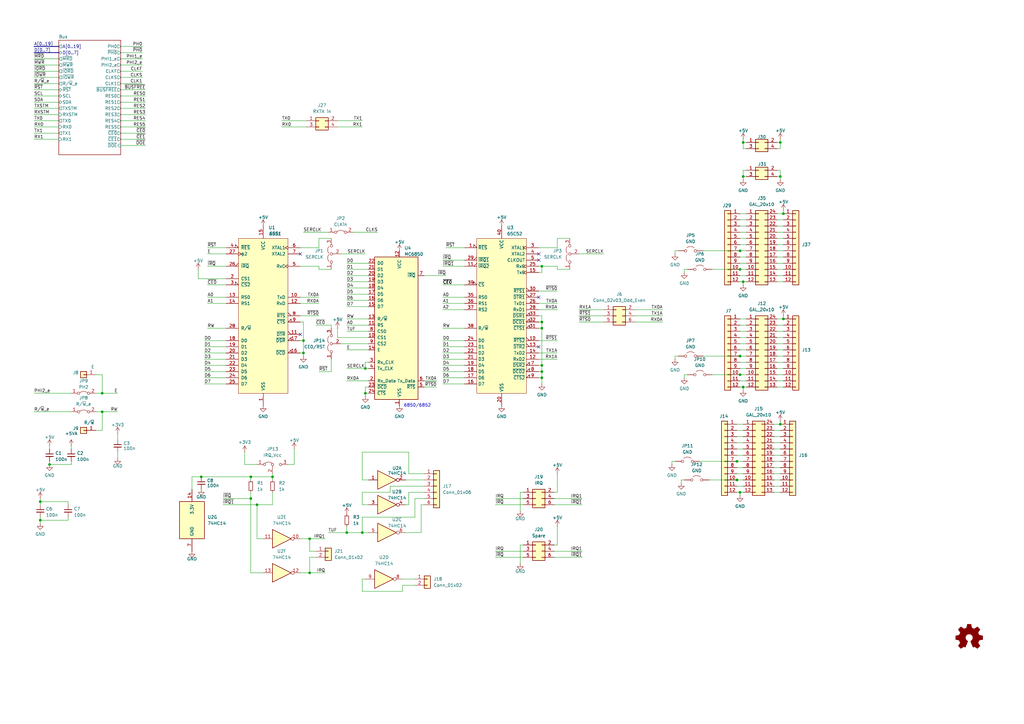
<source format=kicad_sch>
(kicad_sch (version 20231120) (generator "eeschema") (generator_version "8.0")
  (paper "A3")
  (title_block (title "Unicomp v3 - MOS Serial Board") (date "2024-10-05") (rev "v1.1") (company "100% Offner") (comment 1 "v1.0: Initial") (comment 2 "v1.1: IRQ Lines connected, MC6852 possible"))
  (junction (at 302.26 189.23))
  (junction (at 41.91 168.91))
  (junction (at 304.8 72.39))
  (junction (at 16.51 213.36))
  (junction (at 124.46 144.78))
  (junction (at 320.04 58.42))
  (junction (at 222.25 152.4))
  (junction (at 127 234.95))
  (junction (at 149.86 161.29))
  (junction (at 303.53 110.49))
  (junction (at 41.91 161.29))
  (junction (at 148.59 218.44))
  (junction (at 303.53 201.93))
  (junction (at 142.24 218.44))
  (junction (at 149.86 151.13))
  (junction (at 303.53 102.87))
  (junction (at 111.76 195.58))
  (junction (at 222.25 109.22))
  (junction (at 82.55 195.58))
  (junction (at 304.8 158.75))
  (junction (at 222.25 154.94))
  (junction (at 304.8 58.42))
  (junction (at 16.51 205.74))
  (junction (at 102.87 204.47))
  (junction (at 222.25 132.08))
  (junction (at 222.25 149.86))
  (junction (at 124.46 139.7))
  (junction (at 303.53 153.67))
  (junction (at 320.04 72.39))
  (junction (at 127 220.98))
  (junction (at 105.41 207.01))
  (junction (at 321.31 87.63))
  (junction (at 20.32 190.5))
  (junction (at 304.8 115.57))
  (junction (at 303.53 146.05))
  (junction (at 102.87 195.58))
  (junction (at 302.26 196.85))
  (junction (at 321.31 130.81))
  (junction (at 320.04 173.99))
  (junction (at 222.25 134.62))
  (no_connect (at 123.19 104.14))
  (no_connect (at 220.98 121.92))
  (no_connect (at 220.98 142.24))
  (no_connect (at 220.98 104.14))
  (no_connect (at 123.19 137.16))
  (no_connect (at 220.98 106.68))
  (wire (pts (xy 320.04 191.77) (xy 317.5 191.77)))
  (wire (pts (xy 292.1 153.67) (xy 303.53 153.67)))
  (wire (pts (xy 228.6 194.31) (xy 228.6 201.93)))
  (wire (pts (xy 303.53 102.87) (xy 306.07 102.87)))
  (wire (pts (xy 227.33 223.52) (xy 228.6 223.52)))
  (wire (pts (xy 142.24 133.35) (xy 151.13 133.35)))
  (wire (pts (xy 303.53 92.71) (xy 306.07 92.71)))
  (wire (pts (xy 13.97 39.37) (xy 24.13 39.37)))
  (wire (pts (xy 228.6 109.22) (xy 228.6 110.49)))
  (wire (pts (xy 13.97 31.75) (xy 24.13 31.75)))
  (wire (pts (xy 149.86 158.75) (xy 151.13 158.75)))
  (wire (pts (xy 320.04 58.42) (xy 320.04 60.96)))
  (wire (pts (xy 304.8 58.42) (xy 306.07 58.42)))
  (wire (pts (xy 233.68 97.79) (xy 228.6 97.79)))
  (wire (pts (xy 321.31 135.89) (xy 318.77 135.89)))
  (wire (pts (xy 13.97 41.91) (xy 24.13 41.91)))
  (wire (pts (xy 142.24 118.11) (xy 151.13 118.11)))
  (wire (pts (xy 321.31 138.43) (xy 318.77 138.43)))
  (wire (pts (xy 303.53 146.05) (xy 306.07 146.05)))
  (wire (pts (xy 78.74 200.66) (xy 78.74 195.58)))
  (wire (pts (xy 170.18 237.49) (xy 165.1 237.49)))
  (wire (pts (xy 135.89 97.79) (xy 130.81 97.79)))
  (wire (pts (xy 237.49 132.08) (xy 247.65 132.08)))
  (wire (pts (xy 151.13 148.59) (xy 149.86 148.59)))
  (wire (pts (xy 222.25 157.48) (xy 222.25 154.94)))
  (wire (pts (xy 49.53 34.29) (xy 58.42 34.29)))
  (wire (pts (xy 83.82 139.7) (xy 92.71 139.7)))
  (wire (pts (xy 276.86 102.87) (xy 278.13 102.87)))
  (wire (pts (xy 83.82 142.24) (xy 92.71 142.24)))
  (wire (pts (xy 227.33 228.6) (xy 238.76 228.6)))
  (wire (pts (xy 303.53 105.41) (xy 306.07 105.41)))
  (wire (pts (xy 144.78 95.25) (xy 154.94 95.25)))
  (wire (pts (xy 160.02 201.93) (xy 148.59 201.93)))
  (wire (pts (xy 111.76 195.58) (xy 111.76 196.85)))
  (wire (pts (xy 130.81 97.79) (xy 130.81 101.6)))
  (wire (pts (xy 302.26 176.53) (xy 304.8 176.53)))
  (wire (pts (xy 83.82 147.32) (xy 92.71 147.32)))
  (wire (pts (xy 123.19 139.7) (xy 124.46 139.7)))
  (wire (pts (xy 321.31 158.75) (xy 318.77 158.75)))
  (wire (pts (xy 280.67 153.67) (xy 281.94 153.67)))
  (wire (pts (xy 170.18 212.09) (xy 148.59 212.09)))
  (wire (pts (xy 222.25 154.94) (xy 220.98 154.94)))
  (wire (pts (xy 102.87 234.95) (xy 102.87 204.47)))
  (wire (pts (xy 100.33 185.42) (xy 100.33 190.5)))
  (wire (pts (xy 20.32 190.5) (xy 29.21 190.5)))
  (wire (pts (xy 181.61 139.7) (xy 190.5 139.7)))
  (wire (pts (xy 304.8 158.75) (xy 306.07 158.75)))
  (wire (pts (xy 320.04 181.61) (xy 317.5 181.61)))
  (wire (pts (xy 142.24 107.95) (xy 151.13 107.95)))
  (wire (pts (xy 321.31 129.54) (xy 321.31 130.81)))
  (wire (pts (xy 138.43 138.43) (xy 151.13 138.43)))
  (wire (pts (xy 303.53 138.43) (xy 306.07 138.43)))
  (wire (pts (xy 275.59 190.5) (xy 275.59 189.23)))
  (wire (pts (xy 160.02 199.39) (xy 160.02 201.93)))
  (wire (pts (xy 320.04 60.96) (xy 318.77 60.96)))
  (wire (pts (xy 41.91 176.53) (xy 41.91 168.91)))
  (wire (pts (xy 303.53 158.75) (xy 304.8 158.75)))
  (wire (pts (xy 123.19 234.95) (xy 127 234.95)))
  (wire (pts (xy 142.24 120.65) (xy 151.13 120.65)))
  (wire (pts (xy 302.26 194.31) (xy 304.8 194.31)))
  (wire (pts (xy 320.04 201.93) (xy 317.5 201.93)))
  (wire (pts (xy 123.19 121.92) (xy 130.81 121.92)))
  (wire (pts (xy 321.31 113.03) (xy 318.77 113.03)))
  (wire (pts (xy 48.26 177.8) (xy 48.26 180.34)))
  (wire (pts (xy 304.8 72.39) (xy 304.8 73.66)))
  (wire (pts (xy 49.53 46.99) (xy 59.69 46.99)))
  (wire (pts (xy 303.53 97.79) (xy 306.07 97.79)))
  (wire (pts (xy 203.2 204.47) (xy 214.63 204.47)))
  (wire (pts (xy 303.53 148.59) (xy 306.07 148.59)))
  (wire (pts (xy 321.31 115.57) (xy 318.77 115.57)))
  (wire (pts (xy 303.53 135.89) (xy 306.07 135.89)))
  (wire (pts (xy 166.37 207.01) (xy 167.64 207.01)))
  (wire (pts (xy 142.24 135.89) (xy 151.13 135.89)))
  (wire (pts (xy 85.09 134.62) (xy 92.71 134.62)))
  (wire (pts (xy 13.97 46.99) (xy 24.13 46.99)))
  (wire (pts (xy 105.41 190.5) (xy 100.33 190.5)))
  (wire (pts (xy 167.64 194.31) (xy 173.99 194.31)))
  (wire (pts (xy 49.53 54.61) (xy 59.69 54.61)))
  (wire (pts (xy 321.31 156.21) (xy 318.77 156.21)))
  (wire (pts (xy 123.19 132.08) (xy 124.46 132.08)))
  (wire (pts (xy 123.19 144.78) (xy 124.46 144.78)))
  (wire (pts (xy 13.97 54.61) (xy 24.13 54.61)))
  (wire (pts (xy 13.97 161.29) (xy 29.21 161.29)))
  (wire (pts (xy 130.81 109.22) (xy 130.81 110.49)))
  (wire (pts (xy 148.59 185.42) (xy 167.64 185.42)))
  (wire (pts (xy 228.6 110.49) (xy 233.68 110.49)))
  (wire (pts (xy 320.04 184.15) (xy 317.5 184.15)))
  (wire (pts (xy 181.61 106.68) (xy 190.5 106.68)))
  (wire (pts (xy 148.59 201.93) (xy 148.59 207.01)))
  (wire (pts (xy 303.53 110.49) (xy 306.07 110.49)))
  (wire (pts (xy 303.53 107.95) (xy 306.07 107.95)))
  (wire (pts (xy 27.94 213.36) (xy 16.51 213.36)))
  (wire (pts (xy 304.8 115.57) (xy 306.07 115.57)))
  (wire (pts (xy 181.61 134.62) (xy 190.5 134.62)))
  (wire (pts (xy 142.24 151.13) (xy 149.86 151.13)))
  (wire (pts (xy 127 226.06) (xy 127 220.98)))
  (wire (pts (xy 181.61 157.48) (xy 190.5 157.48)))
  (wire (pts (xy 142.24 156.21) (xy 151.13 156.21)))
  (wire (pts (xy 167.64 207.01) (xy 167.64 201.93)))
  (wire (pts (xy 220.98 129.54) (xy 222.25 129.54)))
  (wire (pts (xy 173.99 113.03) (xy 182.88 113.03)))
  (wire (pts (xy 49.53 26.67) (xy 58.42 26.67)))
  (wire (pts (xy 304.8 60.96) (xy 306.07 60.96)))
  (wire (pts (xy 49.53 39.37) (xy 59.69 39.37)))
  (wire (pts (xy 220.98 139.7) (xy 228.6 139.7)))
  (wire (pts (xy 181.61 109.22) (xy 190.5 109.22)))
  (wire (pts (xy 320.04 172.72) (xy 320.04 173.99)))
  (wire (pts (xy 181.61 116.84) (xy 190.5 116.84)))
  (wire (pts (xy 149.86 151.13) (xy 151.13 151.13)))
  (wire (pts (xy 279.4 196.85) (xy 280.67 196.85)))
  (wire (pts (xy 181.61 121.92) (xy 190.5 121.92)))
  (wire (pts (xy 303.53 130.81) (xy 306.07 130.81)))
  (wire (pts (xy 181.61 147.32) (xy 190.5 147.32)))
  (wire (pts (xy 320.04 69.85) (xy 320.04 72.39)))
  (wire (pts (xy 292.1 110.49) (xy 303.53 110.49)))
  (wire (pts (xy 149.86 158.75) (xy 149.86 161.29)))
  (wire (pts (xy 166.37 218.44) (xy 172.72 218.44)))
  (wire (pts (xy 303.53 100.33) (xy 306.07 100.33)))
  (wire (pts (xy 320.04 179.07) (xy 317.5 179.07)))
  (wire (pts (xy 142.24 125.73) (xy 151.13 125.73)))
  (wire (pts (xy 290.83 196.85) (xy 302.26 196.85)))
  (wire (pts (xy 115.57 52.07) (xy 125.73 52.07)))
  (wire (pts (xy 181.61 154.94) (xy 190.5 154.94)))
  (wire (pts (xy 320.04 176.53) (xy 317.5 176.53)))
  (wire (pts (xy 83.82 152.4) (xy 92.71 152.4)))
  (wire (pts (xy 82.55 195.58) (xy 102.87 195.58)))
  (wire (pts (xy 222.25 109.22) (xy 228.6 109.22)))
  (wire (pts (xy 303.53 113.03) (xy 306.07 113.03)))
  (wire (pts (xy 228.6 97.79) (xy 228.6 101.6)))
  (wire (pts (xy 115.57 49.53) (xy 125.73 49.53)))
  (wire (pts (xy 288.29 102.87) (xy 303.53 102.87)))
  (wire (pts (xy 134.62 218.44) (xy 142.24 218.44)))
  (wire (pts (xy 172.72 207.01) (xy 173.99 207.01)))
  (wire (pts (xy 181.61 149.86) (xy 190.5 149.86)))
  (wire (pts (xy 321.31 146.05) (xy 318.77 146.05)))
  (wire (pts (xy 321.31 107.95) (xy 318.77 107.95)))
  (wire (pts (xy 321.31 143.51) (xy 318.77 143.51)))
  (wire (pts (xy 321.31 90.17) (xy 318.77 90.17)))
  (wire (pts (xy 275.59 189.23) (xy 276.86 189.23)))
  (wire (pts (xy 85.09 101.6) (xy 92.71 101.6)))
  (wire (pts (xy 130.81 152.4) (xy 135.89 152.4)))
  (wire (pts (xy 304.8 72.39) (xy 306.07 72.39)))
  (wire (pts (xy 13.97 34.29) (xy 24.13 34.29)))
  (wire (pts (xy 41.91 153.67) (xy 41.91 161.29)))
  (wire (pts (xy 303.53 95.25) (xy 306.07 95.25)))
  (wire (pts (xy 142.24 123.19) (xy 151.13 123.19)))
  (wire (pts (xy 321.31 153.67) (xy 318.77 153.67)))
  (wire (pts (xy 227.33 201.93) (xy 228.6 201.93)))
  (wire (pts (xy 49.53 31.75) (xy 58.42 31.75)))
  (wire (pts (xy 303.53 115.57) (xy 304.8 115.57)))
  (wire (pts (xy 321.31 151.13) (xy 318.77 151.13)))
  (wire (pts (xy 49.53 41.91) (xy 59.69 41.91)))
  (wire (pts (xy 173.99 199.39) (xy 160.02 199.39)))
  (bus (pts (xy 24.13 19.05) (xy 13.97 19.05)))
  (wire (pts (xy 85.09 109.22) (xy 92.71 109.22)))
  (wire (pts (xy 222.25 132.08) (xy 222.25 134.62)))
  (wire (pts (xy 16.51 205.74) (xy 16.51 207.01)))
  (wire (pts (xy 85.09 104.14) (xy 92.71 104.14)))
  (wire (pts (xy 123.19 124.46) (xy 130.81 124.46)))
  (wire (pts (xy 13.97 57.15) (xy 24.13 57.15)))
  (wire (pts (xy 120.65 184.15) (xy 120.65 190.5)))
  (wire (pts (xy 129.54 228.6) (xy 127 228.6)))
  (wire (pts (xy 303.53 153.67) (xy 306.07 153.67)))
  (wire (pts (xy 321.31 92.71) (xy 318.77 92.71)))
  (wire (pts (xy 49.53 57.15) (xy 59.69 57.15)))
  (wire (pts (xy 142.24 115.57) (xy 151.13 115.57)))
  (wire (pts (xy 320.04 199.39) (xy 317.5 199.39)))
  (wire (pts (xy 39.37 153.67) (xy 41.91 153.67)))
  (wire (pts (xy 302.26 173.99) (xy 304.8 173.99)))
  (wire (pts (xy 148.59 196.85) (xy 148.59 185.42)))
  (wire (pts (xy 102.87 195.58) (xy 102.87 196.85)))
  (wire (pts (xy 203.2 228.6) (xy 214.63 228.6)))
  (wire (pts (xy 41.91 161.29) (xy 39.37 161.29)))
  (wire (pts (xy 220.98 132.08) (xy 222.25 132.08)))
  (wire (pts (xy 280.67 154.94) (xy 280.67 153.67)))
  (wire (pts (xy 237.49 104.14) (xy 247.65 104.14)))
  (wire (pts (xy 222.25 152.4) (xy 222.25 154.94)))
  (wire (pts (xy 302.26 196.85) (xy 304.8 196.85)))
  (wire (pts (xy 127 228.6) (xy 127 234.95)))
  (wire (pts (xy 321.31 87.63) (xy 318.77 87.63)))
  (wire (pts (xy 321.31 148.59) (xy 318.77 148.59)))
  (wire (pts (xy 142.24 215.9) (xy 142.24 218.44)))
  (wire (pts (xy 49.53 24.13) (xy 58.42 24.13)))
  (wire (pts (xy 123.19 101.6) (xy 130.81 101.6)))
  (wire (pts (xy 203.2 207.01) (xy 214.63 207.01)))
  (wire (pts (xy 302.26 181.61) (xy 304.8 181.61)))
  (wire (pts (xy 127 220.98) (xy 133.35 220.98)))
  (wire (pts (xy 27.94 212.09) (xy 27.94 213.36)))
  (wire (pts (xy 303.53 201.93) (xy 304.8 201.93)))
  (wire (pts (xy 182.88 101.6) (xy 190.5 101.6)))
  (wire (pts (xy 91.44 207.01) (xy 105.41 207.01)))
  (wire (pts (xy 16.51 214.63) (xy 16.51 213.36)))
  (wire (pts (xy 320.04 69.85) (xy 318.77 69.85)))
  (wire (pts (xy 302.26 184.15) (xy 304.8 184.15)))
  (wire (pts (xy 85.09 124.46) (xy 92.71 124.46)))
  (wire (pts (xy 148.59 52.07) (xy 138.43 52.07)))
  (wire (pts (xy 49.53 49.53) (xy 59.69 49.53)))
  (wire (pts (xy 148.59 242.57) (xy 148.59 237.49)))
  (wire (pts (xy 220.98 111.76) (xy 222.25 111.76)))
  (wire (pts (xy 303.53 143.51) (xy 306.07 143.51)))
  (wire (pts (xy 85.09 116.84) (xy 92.71 116.84)))
  (wire (pts (xy 16.51 213.36) (xy 16.51 212.09)))
  (wire (pts (xy 220.98 144.78) (xy 228.6 144.78)))
  (wire (pts (xy 214.63 223.52) (xy 213.36 223.52)))
  (wire (pts (xy 13.97 36.83) (xy 24.13 36.83)))
  (wire (pts (xy 13.97 52.07) (xy 24.13 52.07)))
  (wire (pts (xy 49.53 52.07) (xy 59.69 52.07)))
  (wire (pts (xy 303.53 133.35) (xy 306.07 133.35)))
  (wire (pts (xy 165.1 240.03) (xy 165.1 242.57)))
  (wire (pts (xy 321.31 95.25) (xy 318.77 95.25)))
  (wire (pts (xy 123.19 129.54) (xy 130.81 129.54)))
  (wire (pts (xy 220.98 109.22) (xy 222.25 109.22)))
  (wire (pts (xy 303.53 156.21) (xy 306.07 156.21)))
  (wire (pts (xy 303.53 87.63) (xy 306.07 87.63)))
  (wire (pts (xy 167.64 201.93) (xy 173.99 201.93)))
  (wire (pts (xy 102.87 201.93) (xy 102.87 204.47)))
  (wire (pts (xy 27.94 205.74) (xy 27.94 207.01)))
  (wire (pts (xy 149.86 161.29) (xy 151.13 161.29)))
  (wire (pts (xy 181.61 144.78) (xy 190.5 144.78)))
  (wire (pts (xy 148.59 49.53) (xy 138.43 49.53)))
  (wire (pts (xy 173.99 156.21) (xy 179.07 156.21)))
  (wire (pts (xy 260.35 132.08) (xy 271.78 132.08)))
  (wire (pts (xy 91.44 204.47) (xy 102.87 204.47)))
  (wire (pts (xy 29.21 189.23) (xy 29.21 190.5)))
  (wire (pts (xy 222.25 134.62) (xy 220.98 134.62)))
  (wire (pts (xy 83.82 154.94) (xy 92.71 154.94)))
  (wire (pts (xy 320.04 196.85) (xy 317.5 196.85)))
  (wire (pts (xy 220.98 152.4) (xy 222.25 152.4)))
  (wire (pts (xy 321.31 133.35) (xy 318.77 133.35)))
  (wire (pts (xy 302.26 191.77) (xy 304.8 191.77)))
  (wire (pts (xy 167.64 185.42) (xy 167.64 194.31)))
  (wire (pts (xy 222.25 129.54) (xy 222.25 132.08)))
  (wire (pts (xy 279.4 198.12) (xy 279.4 196.85)))
  (wire (pts (xy 134.62 95.25) (xy 124.46 95.25)))
  (wire (pts (xy 49.53 36.83) (xy 59.69 36.83)))
  (wire (pts (xy 142.24 113.03) (xy 151.13 113.03)))
  (wire (pts (xy 124.46 144.78) (xy 124.46 146.05)))
  (wire (pts (xy 39.37 176.53) (xy 41.91 176.53)))
  (wire (pts (xy 49.53 59.69) (xy 59.69 59.69)))
  (wire (pts (xy 280.67 110.49) (xy 281.94 110.49)))
  (wire (pts (xy 320.04 194.31) (xy 317.5 194.31)))
  (wire (pts (xy 13.97 29.21) (xy 24.13 29.21)))
  (wire (pts (xy 78.74 195.58) (xy 82.55 195.58)))
  (wire (pts (xy 41.91 168.91) (xy 39.37 168.91)))
  (wire (pts (xy 220.98 149.86) (xy 222.25 149.86)))
  (wire (pts (xy 166.37 196.85) (xy 173.99 196.85)))
  (wire (pts (xy 227.33 204.47) (xy 238.76 204.47)))
  (wire (pts (xy 148.59 237.49) (xy 149.86 237.49)))
  (wire (pts (xy 304.8 160.02) (xy 304.8 158.75)))
  (wire (pts (xy 127 234.95) (xy 133.35 234.95)))
  (wire (pts (xy 149.86 148.59) (xy 149.86 151.13)))
  (wire (pts (xy 227.33 207.01) (xy 238.76 207.01)))
  (wire (pts (xy 173.99 158.75) (xy 179.07 158.75)))
  (wire (pts (xy 139.7 104.14) (xy 149.86 104.14)))
  (wire (pts (xy 48.26 185.42) (xy 48.26 187.96)))
  (wire (pts (xy 13.97 44.45) (xy 24.13 44.45)))
  (wire (pts (xy 304.8 116.84) (xy 304.8 115.57)))
  (wire (pts (xy 321.31 105.41) (xy 318.77 105.41)))
  (wire (pts (xy 41.91 161.29) (xy 48.26 161.29)))
  (wire (pts (xy 213.36 201.93) (xy 213.36 209.55)))
  (wire (pts (xy 302.26 179.07) (xy 304.8 179.07)))
  (wire (pts (xy 170.18 204.47) (xy 170.18 212.09)))
  (wire (pts (xy 138.43 134.62) (xy 138.43 138.43)))
  (wire (pts (xy 49.53 19.05) (xy 58.42 19.05)))
  (wire (pts (xy 130.81 110.49) (xy 135.89 110.49)))
  (wire (pts (xy 260.35 127) (xy 271.78 127)))
  (wire (pts (xy 320.04 189.23) (xy 317.5 189.23)))
  (wire (pts (xy 49.53 21.59) (xy 58.42 21.59)))
  (wire (pts (xy 120.65 190.5) (xy 118.11 190.5)))
  (wire (pts (xy 181.61 152.4) (xy 190.5 152.4)))
  (wire (pts (xy 13.97 24.13) (xy 24.13 24.13)))
  (wire (pts (xy 123.19 109.22) (xy 130.81 109.22)))
  (wire (pts (xy 129.54 226.06) (xy 127 226.06)))
  (wire (pts (xy 124.46 132.08) (xy 124.46 139.7)))
  (wire (pts (xy 111.76 195.58) (xy 102.87 195.58)))
  (wire (pts (xy 320.04 173.99) (xy 317.5 173.99)))
  (wire (pts (xy 13.97 26.67) (xy 24.13 26.67)))
  (wire (pts (xy 135.89 133.35) (xy 135.89 134.62)))
  (wire (pts (xy 170.18 240.03) (xy 165.1 240.03)))
  (wire (pts (xy 142.24 110.49) (xy 151.13 110.49)))
  (wire (pts (xy 276.86 104.14) (xy 276.86 102.87)))
  (wire (pts (xy 321.31 102.87) (xy 318.77 102.87)))
  (wire (pts (xy 276.86 146.05) (xy 278.13 146.05)))
  (wire (pts (xy 320.04 72.39) (xy 320.04 73.66)))
  (wire (pts (xy 220.98 147.32) (xy 228.6 147.32)))
  (wire (pts (xy 302.26 189.23) (xy 304.8 189.23)))
  (wire (pts (xy 105.41 207.01) (xy 111.76 207.01)))
  (wire (pts (xy 142.24 130.81) (xy 151.13 130.81)))
  (wire (pts (xy 276.86 147.32) (xy 276.86 146.05)))
  (wire (pts (xy 49.53 44.45) (xy 59.69 44.45)))
  (wire (pts (xy 320.04 57.15) (xy 320.04 58.42)))
  (wire (pts (xy 220.98 124.46) (xy 228.6 124.46)))
  (wire (pts (xy 81.28 114.3) (xy 81.28 110.49)))
  (wire (pts (xy 124.46 139.7) (xy 124.46 144.78)))
  (wire (pts (xy 288.29 146.05) (xy 303.53 146.05)))
  (wire (pts (xy 81.28 114.3) (xy 92.71 114.3)))
  (wire (pts (xy 302.26 199.39) (xy 304.8 199.39)))
  (wire (pts (xy 148.59 207.01) (xy 151.13 207.01)))
  (wire (pts (xy 83.82 149.86) (xy 92.71 149.86)))
  (wire (pts (xy 107.95 234.95) (xy 102.87 234.95)))
  (wire (pts (xy 181.61 127) (xy 190.5 127)))
  (wire (pts (xy 139.7 140.97) (xy 151.13 140.97)))
  (wire (pts (xy 172.72 218.44) (xy 172.72 207.01)))
  (wire (pts (xy 320.04 186.69) (xy 317.5 186.69)))
  (wire (pts (xy 111.76 194.31) (xy 111.76 195.58)))
  (wire (pts (xy 222.25 149.86) (xy 222.25 152.4)))
  (wire (pts (xy 111.76 207.01) (xy 111.76 201.93)))
  (wire (pts (xy 302.26 186.69) (xy 304.8 186.69)))
  (wire (pts (xy 49.53 29.21) (xy 58.42 29.21)))
  (wire (pts (xy 123.19 220.98) (xy 127 220.98)))
  (wire (pts (xy 321.31 97.79) (xy 318.77 97.79)))
  (wire (pts (xy 85.09 121.92) (xy 92.71 121.92)))
  (wire (pts (xy 20.32 182.88) (xy 20.32 184.15)))
  (wire (pts (xy 287.02 189.23) (xy 302.26 189.23)))
  (wire (pts (xy 16.51 205.74) (xy 27.94 205.74)))
  (wire (pts (xy 222.25 111.76) (xy 222.25 109.22)))
  (wire (pts (xy 222.25 134.62) (xy 222.25 149.86)))
  (wire (pts (xy 181.61 124.46) (xy 190.5 124.46)))
  (wire (pts (xy 135.89 147.32) (xy 135.89 152.4)))
  (wire (pts (xy 303.53 203.2) (xy 303.53 201.93)))
  (wire (pts (xy 247.65 127) (xy 237.49 127)))
  (wire (pts (xy 149.86 161.29) (xy 149.86 162.56)))
  (wire (pts (xy 320.04 72.39) (xy 318.77 72.39)))
  (wire (pts (xy 13.97 49.53) (xy 24.13 49.53)))
  (wire (pts (xy 213.36 223.52) (xy 213.36 231.14)))
  (wire (pts (xy 260.35 129.54) (xy 271.78 129.54)))
  (wire (pts (xy 321.31 130.81) (xy 318.77 130.81)))
  (bus (pts (xy 24.13 21.59) (xy 13.97 21.59)))
  (wire (pts (xy 280.67 111.76) (xy 280.67 110.49)))
  (wire (pts (xy 304.8 57.15) (xy 304.8 58.42)))
  (wire (pts (xy 321.31 100.33) (xy 318.77 100.33)))
  (wire (pts (xy 148.59 218.44) (xy 151.13 218.44)))
  (wire (pts (xy 129.54 133.35) (xy 135.89 133.35)))
  (wire (pts (xy 220.98 101.6) (xy 228.6 101.6)))
  (wire (pts (xy 83.82 157.48) (xy 92.71 157.48)))
  (wire (pts (xy 142.24 143.51) (xy 151.13 143.51)))
  (wire (pts (xy 214.63 201.93) (xy 213.36 201.93)))
  (wire (pts (xy 303.53 140.97) (xy 306.07 140.97)))
  (wire (pts (xy 13.97 168.91) (xy 29.21 168.91)))
  (wire (pts (xy 20.32 190.5) (xy 20.32 189.23)))
  (wire (pts (xy 304.8 69.85) (xy 306.07 69.85)))
  (wire (pts (xy 321.31 86.36) (xy 321.31 87.63)))
  (wire (pts (xy 173.99 204.47) (xy 170.18 204.47)))
  (wire (pts (xy 321.31 140.97) (xy 318.77 140.97)))
  (wire (pts (xy 165.1 242.57) (xy 148.59 242.57)))
  (wire (pts (xy 203.2 226.06) (xy 214.63 226.06)))
  (wire (pts (xy 320.04 58.42) (xy 318.77 58.42)))
  (wire (pts (xy 151.13 196.85) (xy 148.59 196.85)))
  (wire (pts (xy 16.51 204.47) (xy 16.51 205.74)))
  (wire (pts (xy 220.98 119.38) (xy 228.6 119.38)))
  (wire (pts (xy 107.95 220.98) (xy 105.41 220.98)))
  (wire (pts (xy 304.8 69.85) (xy 304.8 72.39)))
  (wire (pts (xy 29.21 182.88) (xy 29.21 184.15)))
  (wire (pts (xy 220.98 127) (xy 228.6 127)))
  (wire (pts (xy 304.8 58.42) (xy 304.8 60.96)))
  (wire (pts (xy 303.53 151.13) (xy 306.07 151.13)))
  (wire (pts (xy 303.53 90.17) (xy 306.07 90.17)))
  (wire (pts (xy 41.91 168.91) (xy 48.26 168.91)))
  (wire (pts (xy 105.41 220.98) (xy 105.41 207.01)))
  (wire (pts (xy 181.61 142.24) (xy 190.5 142.24)))
  (wire (pts (xy 237.49 129.54) (xy 247.65 129.54)))
  (wire (pts (xy 227.33 226.06) (xy 238.76 226.06)))
  (wire (pts (xy 142.24 218.44) (xy 148.59 218.44)))
  (wire (pts (xy 302.26 201.93) (xy 303.53 201.93)))
  (wire (pts (xy 321.31 110.49) (xy 318.77 110.49)))
  (wire (pts (xy 83.82 144.78) (xy 92.71 144.78)))
  (wire (pts (xy 148.59 212.09) (xy 148.59 218.44)))
  (wire (pts (xy 228.6 215.9) (xy 228.6 223.52)))
  (text "6850/6852" (at 171.196 166.37 0) (effects (font (size 1.27 1.27))))
  (label "~{RST}" (at 85.09 101.6 0))
  (label "IRQ" (at 133.35 234.95 180))
  (label "~{IOWR}" (at 13.97 31.75 0))
  (label "~{RST}" (at 130.81 152.4 0))
  (label "TX0A" (at 179.07 156.21 180))
  (label "SDA" (at 13.97 41.91 0))
  (label "D0" (at 142.24 107.95 0))
  (label "SERCLK" (at 247.65 104.14 180))
  (label "RES3" (at 59.69 46.99 180))
  (label "RX1A" (at 237.49 127 0))
  (label "D0" (at 181.61 139.7 0))
  (label "TX0A" (at 130.81 121.92 180))
  (label "D5" (at 142.24 120.65 0))
  (label "IRQ1" (at 133.35 220.98 180))
  (label "~{IRQ}" (at 85.09 109.22 0))
  (label "RX0A" (at 271.78 132.08 180))
  (label "A1" (at 181.61 124.46 0))
  (label "PHI2_e" (at 58.42 26.67 180))
  (label "~{IRQ1}" (at 238.76 228.6 180))
  (label "IRQ1" (at 238.76 204.47 180))
  (label "~{RTS0}" (at 228.6 119.38 180))
  (label "TX0" (at 13.97 49.53 0))
  (label "~{CE0}" (at 181.61 116.84 0))
  (label "D0" (at 83.82 139.7 0))
  (label "~{IRQ}" (at 203.2 228.6 0))
  (label "~{RTS0}" (at 179.07 158.75 180))
  (label "RW" (at 181.61 134.62 0))
  (label "PH0" (at 58.42 19.05 180))
  (label "~{CE0}" (at 129.54 133.35 0))
  (label "TXSTM" (at 13.97 44.45 0))
  (label "~{RTS1}" (at 228.6 139.7 180))
  (label "D3" (at 181.61 147.32 0))
  (label "D3" (at 83.82 147.32 0))
  (label "D2" (at 181.61 144.78 0))
  (label "~{CE0}" (at 181.61 116.84 0))
  (label "CLKS" (at 58.42 31.75 180))
  (label "CLKS" (at 154.94 95.25 180))
  (label "D4" (at 142.24 118.11 0))
  (label "TX1" (at 13.97 54.61 0))
  (label "RX1" (at 13.97 57.15 0))
  (label "RW" (at 142.24 130.81 0))
  (label "D6" (at 181.61 154.94 0))
  (label "E" (at 85.09 104.14 0))
  (label "TUF" (at 142.24 135.89 0))
  (label "~{RST}" (at 13.97 36.83 0))
  (label "R{slash}~{W}_e" (at 13.97 34.29 0))
  (label "~{PH0}" (at 58.42 21.59 180))
  (label "CLKF" (at 58.42 29.21 180))
  (label "~{IRQ1}" (at 238.76 207.01 180))
  (label "D6" (at 142.24 123.19 0))
  (label "RX0A" (at 130.81 124.46 180))
  (label "~{IORD}" (at 13.97 29.21 0))
  (label "RW" (at 85.09 134.62 0))
  (label "RW" (at 48.26 168.91 180))
  (label "IRQ" (at 203.2 204.47 0))
  (label "~{IRQ}" (at 181.61 106.68 0))
  (label "RX0" (at 115.57 52.07 0))
  (label "D5" (at 181.61 152.4 0))
  (label "D1" (at 83.82 142.24 0))
  (label "D7" (at 181.61 157.48 0))
  (label "D3" (at 142.24 115.57 0))
  (label "TX0" (at 115.57 49.53 0))
  (label "~{IRQ1}" (at 181.61 109.22 0))
  (label "~{CE0}" (at 59.69 54.61 180))
  (label "R{slash}~{W}_e" (at 13.97 168.91 0))
  (label "TX1A" (at 271.78 129.54 180))
  (label "SCL" (at 13.97 39.37 0))
  (label "TX0A" (at 271.78 127 180))
  (label "RES0" (at 59.69 39.37 180))
  (label "CLK1" (at 58.42 34.29 180))
  (label "D1" (at 142.24 110.49 0))
  (label "PHI2_e" (at 13.97 161.29 0))
  (label "A0" (at 85.09 121.92 0))
  (label "RX0A" (at 228.6 127 180))
  (label "A0" (at 181.61 121.92 0))
  (label "TX1" (at 148.59 49.53 180))
  (label "D[0..7]" (at 13.97 21.59 0))
  (label "~{MWR}" (at 13.97 26.67 0))
  (label "RXSTM" (at 13.97 46.99 0))
  (label "~{CE1}" (at 59.69 57.15 180))
  (label "~{IRQ}" (at 182.88 113.03 180))
  (label "TX1A" (at 228.6 144.78 180))
  (label "TX0A" (at 228.6 124.46 180))
  (label "D6" (at 83.82 154.94 0))
  (label "RX0A" (at 142.24 156.21 0))
  (label "A0" (at 142.24 133.35 0))
  (label "SERCLK" (at 124.46 95.25 0))
  (label "IRQ1" (at 238.76 226.06 180))
  (label "A1" (at 85.09 124.46 0))
  (label "~{IRQ}" (at 91.44 204.47 0))
  (label "D2" (at 142.24 113.03 0))
  (label "~{BUSFREE}" (at 59.69 36.83 180))
  (label "E" (at 48.26 161.29 180))
  (label "D2" (at 83.82 144.78 0))
  (label "D1" (at 181.61 142.24 0))
  (label "~{CE0}" (at 85.09 116.84 0))
  (label "TUF" (at 134.62 218.44 0))
  (label "RX1A" (at 228.6 147.32 180))
  (label "A[0..19]" (at 13.97 19.05 0))
  (label "~{IRQ1}" (at 91.44 207.01 0))
  (label "~{MRD}" (at 13.97 24.13 0))
  (label "D4" (at 181.61 149.86 0))
  (label "~{RST}" (at 182.88 101.6 0))
  (label "~{DOE}" (at 59.69 59.69 180))
  (label "RES5" (at 59.69 52.07 180))
  (label "RX1" (at 148.59 52.07 180))
  (label "RX0" (at 13.97 52.07 0))
  (label "RES4" (at 59.69 49.53 180))
  (label "RES1" (at 59.69 41.91 180))
  (label "SERCLK" (at 142.24 151.13 0))
  (label "~{CE0}" (at 181.61 116.84 0))
  (label "~{RTS0}" (at 237.49 132.08 0))
  (label "~{RTS0}" (at 130.81 129.54 180))
  (label "~{IRQ}" (at 203.2 207.01 0))
  (label "D7" (at 142.24 125.73 0))
  (label "SERCLK" (at 149.86 104.14 180))
  (label "A2" (at 181.61 127 0))
  (label "D7" (at 83.82 157.48 0))
  (label "D5" (at 83.82 152.4 0))
  (label "~{RTS1}" (at 237.49 129.54 0))
  (label "RES2" (at 59.69 44.45 180))
  (label "D4" (at 83.82 149.86 0))
  (label "PHI1_e" (at 58.42 24.13 180))
  (label "IRQ" (at 203.2 226.06 0))
  (label "E" (at 142.24 143.51 0))
  (symbol (lib_id "power:+5V") (at 163.83 102.87 0) (unit 1)
    (property "Reference" "#PWR023" (effects (hide yes)))
    (property "Value" "+5V" (at 163.83 99.2942 0))
  )
  (symbol (lib_id "Connector_Generic:Conn_02x12_Counter_Clockwise") (at 311.15 143.51 0) (unit 1) (in_bom no)
    (property "Reference" "J12" (at 312.42 124.46 0))
    (property "Value" "GAL_20x10" (at 312.42 127 0))
    (property "Footprint" "Package_DIP:DIP-24_W7.62mm" (effects (hide yes)))
    (property "Description" "Generic connector, double row, 02x12, counter clockwise pin numbering scheme (similar to DIP package numbering), script generated (kicad-library-utils/schlib/autogen/connector/)" (effects (hide yes)))
  )
  (symbol (lib_name "Jumper_2_Open_1") (lib_id "Jumper:Jumper_2_Open") (at 283.21 102.87 0) (unit 1) (exclude_from_sim yes) (in_bom no)
    (property "Reference" "JP5" (at 283.21 96.52 0))
    (property "Value" "GND" (at 283.21 99.06 0))
    (property "Footprint" "Jumper:SolderJumper-2_P1.3mm_Open_RoundedPad1.0x1.5mm" (effects (hide yes)))
    (property "Description" "Jumper, 2-pole, open" (effects (hide yes)))
  )
  (symbol (lib_id "power:GND") (at 280.67 154.94 0) (mirror y) (unit 1)
    (property "Reference" "#PWR030" (effects (hide yes)))
    (property "Value" "GND" (at 280.67 159.3834 0))
  )
  (symbol (lib_id "Connector_Generic:Conn_01x06") (at 179.07 199.39 0) (unit 1)
    (property "Reference" "J17" (at 181.61 199.3899 0) (effects (justify left)))
    (property "Value" "Conn_01x06" (at 181.61 201.9299 0) (effects (justify left)))
    (property "Footprint" "Connector_PinHeader_1.27mm:PinHeader_1x06_P1.27mm_Vertical" (effects (hide yes)))
    (property "Description" "Generic connector, single row, 01x06, script generated (kicad-library-utils/schlib/autogen/connector/)" (effects (hide yes)))
  )
  (symbol (lib_id "Connector_Generic:Conn_01x12") (at 297.18 186.69 0) (mirror y) (unit 1) (in_bom no)
    (property "Reference" "J14" (at 298.704 170.688 0) (effects (justify left)))
    (property "Value" "Conn_01x12" (effects (hide yes)))
    (property "Footprint" "Connector_PinSocket_2.54mm:PinSocket_1x12_P2.54mm_Vertical" (effects (hide yes)))
    (property "Description" "Generic connector, single row, 01x12, script generated (kicad-library-utils/schlib/autogen/connector/)" (effects (hide yes)))
  )
  (symbol (lib_id "Jumper:Jumper_2_Bridged") (at 139.7 95.25 0) (unit 1) (in_bom no)
    (property "Reference" "JP2" (at 139.7 89.535 0))
    (property "Value" "CLKin" (at 139.7 92.075 0))
    (property "Footprint" "Jumper:SolderJumper-2_P1.3mm_Bridged_RoundedPad1.0x1.5mm" (effects (hide yes)))
  )
  (symbol (lib_id "Connector_Generic:Conn_01x12") (at 325.12 186.69 0) (unit 1) (in_bom no)
    (property "Reference" "J16" (at 327.66 186.6899 0) (effects (justify left)))
    (property "Value" "Conn_01x12" (effects (hide yes)))
    (property "Footprint" "Connector_PinSocket_2.54mm:PinSocket_1x12_P2.54mm_Vertical" (effects (hide yes)))
    (property "Description" "Generic connector, single row, 01x12, script generated (kicad-library-utils/schlib/autogen/connector/)" (effects (hide yes)))
  )
  (symbol (lib_id "Jumper:Jumper_2_Bridged") (at 34.29 168.91 0) (unit 1) (in_bom no)
    (property "Reference" "JP8" (at 34.29 163.195 0))
    (property "Value" "R/~{W}_e" (at 34.29 165.735 0))
    (property "Footprint" "Jumper:SolderJumper-2_P1.3mm_Bridged_RoundedPad1.0x1.5mm" (effects (hide yes)))
  )
  (symbol (lib_id "power:GND") (at 163.83 166.37 0) (unit 1)
    (property "Reference" "#PWR026" (effects (hide yes)))
    (property "Value" "GND" (at 163.83 170.8134 0))
  )
  (symbol (lib_id "power:+5V") (at 228.6 194.31 0) (unit 1)
    (property "Reference" "#PWR050" (effects (hide yes)))
    (property "Value" "+5V" (at 228.6 190.7342 0))
    (property "Description" "Power symbol creates a global label with name \"+5V\"" (effects (hide yes)))
  )
  (symbol (lib_id "65xx:6551") (at 107.95 129.54 0) (unit 1)
    (property "Reference" "U1" (at 110.1441 93.345 0) (effects (justify left)))
    (property "Value" "6551" (at 110.1441 95.885 0) (effects (font (bold yes) (italic yes)) (justify left)))
    (property "Footprint" "Package_DIP:DIP-28_W15.24mm_LongPads" (effects (hide yes)))
    (property "Datasheet" "http://www.6502.org/documents/datasheets/mos/mos_6551_acia.pdf" (effects (hide yes)))
  )
  (symbol (lib_id "Connector_Generic:Conn_01x02") (at 134.62 226.06 0) (unit 1)
    (property "Reference" "J21" (at 137.16 226.0599 0) (effects (justify left)))
    (property "Value" "Conn_01x02" (at 137.16 228.5999 0) (effects (justify left)))
    (property "Footprint" "Connector_PinSocket_2.54mm:PinSocket_1x02_P2.54mm_Vertical" (effects (hide yes)))
    (property "Description" "Generic connector, single row, 01x02, script generated (kicad-library-utils/schlib/autogen/connector/)" (effects (hide yes)))
  )
  (symbol (lib_id "Connector_Generic:Conn_01x01") (at 34.29 153.67 0) (mirror y) (unit 1) (in_bom no)
    (property "Reference" "J8" (at 32.258 152.8353 0) (effects (justify left)))
    (property "Value" "E" (at 38.735 150.495 0) (effects (justify left)))
    (property "Footprint" "Connector_PinHeader_2.00mm:PinHeader_1x01_P2.00mm_Vertical" (effects (hide yes)))
  )
  (symbol (lib_id "power:+5V") (at 142.24 210.82 0) (unit 1)
    (property "Reference" "#PWR053" (effects (hide yes)))
    (property "Value" "+5V" (at 142.24 207.2442 0))
  )
  (symbol (lib_id "power:+3V3") (at 48.26 177.8 0) (unit 1)
    (property "Reference" "#PWR08" (effects (hide yes)))
    (property "Value" "+3V3" (at 48.26 174.2242 0))
    (property "Description" "Power symbol creates a global label with name \"+3V3\"" (effects (hide yes)))
  )
  (symbol (lib_id "Device:C_Small") (at 29.21 186.69 0) (unit 1)
    (property "Reference" "C2" (at 31.5341 185.8616 0) (effects (justify left)))
    (property "Value" "100n" (at 31.5341 188.3985 0) (effects (justify left)))
    (property "Footprint" "Capacitor_SMD:C_1206_3216Metric" (effects (hide yes)))
    (property "Description" "Unpolarized capacitor, small symbol" (effects (hide yes)))
  )
  (symbol (lib_id "power:GND") (at 320.04 73.66 0) (unit 1)
    (property "Reference" "#PWR039" (effects (hide yes)))
    (property "Value" "GND" (at 320.04 78.1034 0))
  )
  (symbol (lib_id "74xx:74LV14") (at 115.57 234.95 0) (unit 6)
    (property "Reference" "U2" (at 115.57 226.06 0))
    (property "Value" "74HC14" (at 115.57 228.6 0))
    (property "Footprint" "Package_SO:SOIC-14_3.9x8.7mm_P1.27mm" (effects (hide yes)))
    (property "Datasheet" "http://www.ti.com/lit/gpn/sn74LV14" (effects (hide yes)))
    (property "Description" "Hex Inverter" (effects (hide yes)))
  )
  (symbol (lib_id "Connector_Generic:Conn_01x12") (at 298.45 100.33 0) (mirror y) (unit 1) (in_bom no)
    (property "Reference" "J29" (at 299.974 84.328 0) (effects (justify left)))
    (property "Value" "Conn_01x12" (effects (hide yes)))
    (property "Footprint" "Connector_PinSocket_2.54mm:PinSocket_1x12_P2.54mm_Vertical" (effects (hide yes)))
    (property "Description" "Generic connector, single row, 01x12, script generated (kicad-library-utils/schlib/autogen/connector/)" (effects (hide yes)))
  )
  (symbol (lib_id "power:GND") (at 78.74 226.06 0) (unit 1)
    (property "Reference" "#PWR048" (effects (hide yes)))
    (property "Value" "GND" (at 78.74 229.235 0))
    (property "Description" "Power symbol creates a global label with name \"GND\" , ground" (effects (hide yes)))
  )
  (symbol (lib_id "power:GND") (at 124.46 146.05 0) (unit 1)
    (property "Reference" "#PWR017" (effects (hide yes)))
    (property "Value" "GND" (at 124.46 150.4934 0))
  )
  (symbol (lib_id "power:GND") (at 303.53 203.2 0) (unit 1)
    (property "Reference" "#PWR043" (effects (hide yes)))
    (property "Value" "GND" (at 303.53 207.6434 0))
  )
  (symbol (lib_id "74xx:74LV14") (at 115.57 220.98 0) (unit 5)
    (property "Reference" "U2" (at 115.57 212.09 0))
    (property "Value" "74HC14" (at 115.57 214.63 0))
    (property "Footprint" "Package_SO:SOIC-14_3.9x8.7mm_P1.27mm" (effects (hide yes)))
    (property "Datasheet" "http://www.ti.com/lit/gpn/sn74LV14" (effects (hide yes)))
    (property "Description" "Hex Inverter" (effects (hide yes)))
  )
  (symbol (lib_id "power:GND") (at 149.86 162.56 0) (unit 1)
    (property "Reference" "#PWR022" (effects (hide yes)))
    (property "Value" "GND" (at 149.86 167.0034 0))
  )
  (symbol (lib_id "Connector_Generic:Conn_01x12") (at 326.39 100.33 0) (unit 1) (in_bom no)
    (property "Reference" "J37" (at 328.93 100.3299 0) (effects (justify left)))
    (property "Value" "Conn_01x12" (effects (hide yes)))
    (property "Footprint" "Connector_PinSocket_2.54mm:PinSocket_1x12_P2.54mm_Vertical" (effects (hide yes)))
    (property "Description" "Generic connector, single row, 01x12, script generated (kicad-library-utils/schlib/autogen/connector/)" (effects (hide yes)))
  )
  (symbol (lib_id "power:GND") (at 107.95 166.37 0) (unit 1)
    (property "Reference" "#PWR016" (effects (hide yes)))
    (property "Value" "GND" (at 107.95 170.8134 0))
  )
  (symbol (lib_id "power:GND") (at 304.8 73.66 0) (unit 1)
    (property "Reference" "#PWR040" (effects (hide yes)))
    (property "Value" "GND" (at 304.8 78.1034 0))
  )
  (symbol (lib_id "74xx:74LV14") (at 158.75 196.85 0) (unit 1)
    (property "Reference" "U2" (at 162.814 192.024 0))
    (property "Value" "74HC14" (at 162.814 194.056 0))
    (property "Footprint" "Package_SO:SOIC-14_3.9x8.7mm_P1.27mm" (effects (hide yes)))
    (property "Datasheet" "http://www.ti.com/lit/gpn/sn74LV14" (effects (hide yes)))
    (property "Description" "Hex Inverter" (effects (hide yes)))
  )
  (symbol (lib_id "65xx:65C52") (at 205.74 129.54 0) (unit 1)
    (property "Reference" "U3" (at 207.9341 93.345 0) (effects (justify left)))
    (property "Value" "65C52" (at 207.9341 95.885 0) (effects (justify left)))
    (property "Footprint" "Package_DIP:DIP-40_W15.24mm_Socket_LongPads" (effects (hide yes)))
  )
  (symbol (lib_id "power:GND") (at 276.86 147.32 0) (mirror y) (unit 1)
    (property "Reference" "#PWR020" (effects (hide yes)))
    (property "Value" "GND" (at 276.86 151.7634 0))
  )
  (symbol (lib_id "power:GND") (at 304.8 116.84 0) (unit 1)
    (property "Reference" "#PWR042" (effects (hide yes)))
    (property "Value" "GND" (at 304.8 121.2834 0))
  )
  (symbol (lib_id "power:+5V") (at 304.8 57.15 0) (unit 1)
    (property "Reference" "#PWR037" (effects (hide yes)))
    (property "Value" "+5V" (at 304.8 53.5742 0))
  )
  (symbol (lib_id "Interface_UART:MC6850") (at 163.83 135.89 0) (unit 1)
    (property "Reference" "U4" (at 165.8494 101.7102 0) (effects (justify left)))
    (property "Value" "MC6850" (at 165.8494 104.2471 0) (effects (justify left)))
    (property "Footprint" "Package_DIP:DIP-24_W15.24mm_LongPads" (effects (hide yes)))
    (property "Datasheet" "http://pdf.datasheetcatalog.com/datasheet/motorola/MC6850.pdf" (effects (hide yes)))
  )
  (symbol (lib_id "power:+5V") (at 138.43 134.62 0) (unit 1)
    (property "Reference" "#PWR021" (effects (hide yes)))
    (property "Value" "+5V" (at 138.43 131.0442 0))
  )
  (symbol (lib_id "power:+5V") (at 205.74 92.71 0) (unit 1)
    (property "Reference" "#PWR027" (effects (hide yes)))
    (property "Value" "+5V" (at 205.74 89.1342 0))
  )
  (symbol (lib_id "power:GND") (at 304.8 160.02 0) (unit 1)
    (property "Reference" "#PWR033" (effects (hide yes)))
    (property "Value" "GND" (at 304.8 164.4634 0))
  )
  (symbol (lib_id "74xx:74LV14") (at 158.75 218.44 0) (unit 3)
    (property "Reference" "U2" (at 162.814 213.106 0))
    (property "Value" "74HC14" (at 162.814 215.646 0))
    (property "Footprint" "Package_SO:SOIC-14_3.9x8.7mm_P1.27mm" (effects (hide yes)))
    (property "Datasheet" "http://www.ti.com/lit/gpn/sn74LV14" (effects (hide yes)))
    (property "Description" "Hex Inverter" (effects (hide yes)))
  )
  (symbol (lib_id "Device:C_Small") (at 16.51 209.55 0) (unit 1)
    (property "Reference" "C6" (at 18.8341 208.7216 0) (effects (justify left)))
    (property "Value" "100n" (at 18.8341 211.2585 0) (effects (justify left)))
    (property "Footprint" "Capacitor_SMD:C_1206_3216Metric" (effects (hide yes)))
  )
  (symbol (lib_id "power:GND") (at 213.36 209.55 0) (unit 1)
    (property "Reference" "#PWR049" (effects (hide yes)))
    (property "Value" "GND" (at 213.36 212.725 0))
    (property "Description" "Power symbol creates a global label with name \"GND\" , ground" (effects (hide yes)))
  )
  (symbol (lib_id "power:GND") (at 275.59 190.5 0) (mirror y) (unit 1)
    (property "Reference" "#PWR035" (effects (hide yes)))
    (property "Value" "GND" (at 275.59 194.9434 0))
  )
  (symbol (lib_id "Jumper:Jumper_2_Bridged") (at 34.29 161.29 0) (unit 1) (in_bom no)
    (property "Reference" "JP9" (at 34.29 156.21 0))
    (property "Value" "PH2" (at 34.29 158.75 0))
    (property "Footprint" "Jumper:SolderJumper-2_P1.3mm_Bridged_RoundedPad1.0x1.5mm" (effects (hide yes)))
  )
  (symbol (lib_id "power:GND") (at 16.51 214.63 0) (unit 1)
    (property "Reference" "#PWR013" (effects (hide yes)))
    (property "Value" "GND" (at 16.51 219.0734 0))
  )
  (symbol (lib_id "power:+5V") (at 320.04 57.15 0) (mirror y) (unit 1)
    (property "Reference" "#PWR038" (effects (hide yes)))
    (property "Value" "+5V" (at 320.04 53.5742 0))
  )
  (symbol (lib_id "Device:R_Small") (at 142.24 213.36 0) (unit 1)
    (property "Reference" "R3" (at 144.78 212.0899 0) (effects (justify left)))
    (property "Value" "1k" (at 144.78 214.6299 0) (effects (justify left)))
    (property "Footprint" "Resistor_SMD:R_1206_3216Metric_Pad1.30x1.75mm_HandSolder" (effects (hide yes)))
  )
  (symbol (lib_id "power:GND") (at 20.32 190.5 0) (unit 1)
    (property "Reference" "#PWR03" (effects (hide yes)))
    (property "Value" "GND" (at 20.32 194.9434 0))
    (property "Description" "Power symbol creates a global label with name \"GND\" , ground" (effects (hide yes)))
  )
  (symbol (lib_id "Connector_Generic:Conn_02x12_Counter_Clockwise") (at 311.15 100.33 0) (unit 1) (in_bom no)
    (property "Reference" "J35" (at 312.42 81.28 0))
    (property "Value" "GAL_20x10" (at 312.42 83.82 0))
    (property "Footprint" "Package_DIP:DIP-24_W7.62mm" (effects (hide yes)))
    (property "Description" "Generic connector, double row, 02x12, counter clockwise pin numbering scheme (similar to DIP package numbering), script generated (kicad-library-utils/schlib/autogen/connector/)" (effects (hide yes)))
  )
  (symbol (lib_id "power:+3V3") (at 100.33 185.42 0) (unit 1)
    (property "Reference" "#PWR046" (effects (hide yes)))
    (property "Value" "+3V3" (at 100.33 181.356 0))
    (property "Description" "Power symbol creates a global label with name \"+3V3\"" (effects (hide yes)))
  )
  (symbol (lib_id "power:+5V") (at 107.95 92.71 0) (unit 1)
    (property "Reference" "#PWR015" (effects (hide yes)))
    (property "Value" "+5V" (at 107.95 89.1342 0))
  )
  (symbol (lib_id "Connector_Generic:Conn_01x12") (at 298.45 143.51 0) (mirror y) (unit 1) (in_bom no)
    (property "Reference" "J7" (at 299.974 127.508 0) (effects (justify left)))
    (property "Value" "Conn_01x12" (effects (hide yes)))
    (property "Footprint" "Connector_PinSocket_2.54mm:PinSocket_1x12_P2.54mm_Vertical" (effects (hide yes)))
    (property "Description" "Generic connector, single row, 01x12, script generated (kicad-library-utils/schlib/autogen/connector/)" (effects (hide yes)))
  )
  (symbol (lib_id "Device:C_Small") (at 82.55 198.12 0) (unit 1)
    (property "Reference" "C8" (at 84.8741 197.1023 0) (effects (justify left)))
    (property "Value" "100n" (at 84.8741 199.1503 0) (effects (justify left)))
    (property "Footprint" "Capacitor_SMD:C_1206_3216Metric" (effects (hide yes)))
    (property "Description" "Unpolarized capacitor, small symbol" (effects (hide yes)))
  )
  (symbol (lib_id "Connector_Generic:Conn_01x02") (at 175.26 237.49 0) (unit 1)
    (property "Reference" "J18" (at 177.8 237.4899 0) (effects (justify left)))
    (property "Value" "Conn_01x02" (at 177.8 240.0299 0) (effects (justify left)))
    (property "Footprint" "Connector_PinHeader_1.27mm:PinHeader_1x02_P1.27mm_Vertical" (effects (hide yes)))
    (property "Description" "Generic connector, single row, 01x02, script generated (kicad-library-utils/schlib/autogen/connector/)" (effects (hide yes)))
  )
  (symbol (lib_id "power:GND") (at 280.67 111.76 0) (mirror y) (unit 1)
    (property "Reference" "#PWR019" (effects (hide yes)))
    (property "Value" "GND" (at 280.67 116.2034 0))
  )
  (symbol (lib_id "power:GND") (at 48.26 187.96 0) (unit 1)
    (property "Reference" "#PWR09" (effects (hide yes)))
    (property "Value" "GND" (at 48.26 191.135 0))
    (property "Description" "Power symbol creates a global label with name \"GND\" , ground" (effects (hide yes)))
  )
  (symbol (lib_name "Jumper_2_Open_1") (lib_id "Jumper:Jumper_2_Open") (at 287.02 110.49 0) (unit 1) (exclude_from_sim yes) (in_bom no)
    (property "Reference" "JP6" (at 287.02 104.14 0))
    (property "Value" "GND" (at 287.02 106.68 0))
    (property "Footprint" "Jumper:SolderJumper-2_P1.3mm_Open_RoundedPad1.0x1.5mm" (effects (hide yes)))
    (property "Description" "Jumper, 2-pole, open" (effects (hide yes)))
  )
  (symbol (lib_id "Connector_Generic:Conn_01x12") (at 326.39 143.51 0) (unit 1) (in_bom no)
    (property "Reference" "J13" (at 328.93 143.5099 0) (effects (justify left)))
    (property "Value" "Conn_01x12" (effects (hide yes)))
    (property "Footprint" "Connector_PinSocket_2.54mm:PinSocket_1x12_P2.54mm_Vertical" (effects (hide yes)))
    (property "Description" "Generic connector, single row, 01x12, script generated (kicad-library-utils/schlib/autogen/connector/)" (effects (hide yes)))
  )
  (symbol (lib_id "Connector_Generic:Conn_02x02_Odd_Even") (at 311.15 69.85 0) (unit 1) (in_bom no)
    (property "Reference" "J31" (at 312.674 67.31 0))
    (property "Value" "Conn_02x02_Odd_Even" (effects (hide yes)))
    (property "Footprint" "Connector_PinSocket_2.54mm:PinSocket_2x02_P2.54mm_Vertical" (effects (hide yes)))
    (property "Description" "Generic connector, double row, 02x02, odd/even pin numbering scheme (row 1 odd numbers, row 2 even numbers), script generated (kicad-library-utils/schlib/autogen/connector/)" (effects (hide yes)))
  )
  (symbol (lib_name "Jumper_2_Open_1") (lib_id "Jumper:Jumper_2_Open") (at 285.75 196.85 0) (unit 1) (exclude_from_sim yes) (in_bom no)
    (property "Reference" "JP12" (at 285.75 190.5 0))
    (property "Value" "GND" (at 285.75 193.04 0))
    (property "Footprint" "Jumper:SolderJumper-2_P1.3mm_Open_RoundedPad1.0x1.5mm" (effects (hide yes)))
    (property "Description" "Jumper, 2-pole, open" (effects (hide yes)))
  )
  (symbol (lib_id "Jumper:Jumper_3_Open") (at 135.89 140.97 90) (unit 1) (in_bom no)
    (property "Reference" "JP14" (at 133.35 139.6999 90) (effects (justify left)))
    (property "Value" "CE0/RST" (at 133.35 142.2399 90) (effects (justify left)))
    (property "Footprint" "Connector_PinHeader_2.54mm:PinHeader_1x03_P2.54mm_Vertical" (effects (hide yes)))
  )
  (symbol (lib_id "74xx:74LV14") (at 158.75 207.01 0) (unit 2)
    (property "Reference" "U2" (at 162.814 201.676 0))
    (property "Value" "74HC14" (at 162.814 204.216 0))
    (property "Footprint" "Package_SO:SOIC-14_3.9x8.7mm_P1.27mm" (effects (hide yes)))
    (property "Datasheet" "http://www.ti.com/lit/gpn/sn74LV14" (effects (hide yes)))
    (property "Description" "Hex Inverter" (effects (hide yes)))
  )
  (symbol (lib_id "Connector_Generic:Conn_02x02_Odd_Even") (at 130.81 49.53 0) (unit 1)
    (property "Reference" "J27" (at 132.08 43.18 0))
    (property "Value" "RXTX in" (at 132.08 45.72 0))
    (property "Footprint" "Connector_PinSocket_2.54mm:PinSocket_2x02_P2.54mm_Vertical" (effects (hide yes)))
    (property "Description" "Generic connector, double row, 02x02, odd/even pin numbering scheme (row 1 odd numbers, row 2 even numbers), script generated (kicad-library-utils/schlib/autogen/connector/)" (effects (hide yes)))
  )
  (symbol (lib_id "power:+5V") (at 120.65 184.15 0) (unit 1)
    (property "Reference" "#PWR045" (effects (hide yes)))
    (property "Value" "+5V" (at 120.65 180.5742 0))
    (property "Description" "Power symbol creates a global label with name \"+5V\"" (effects (hide yes)))
  )
  (symbol (lib_id "power:GND") (at 213.36 231.14 0) (unit 1)
    (property "Reference" "#PWR051" (effects (hide yes)))
    (property "Value" "GND" (at 213.36 234.315 0))
    (property "Description" "Power symbol creates a global label with name \"GND\" , ground" (effects (hide yes)))
  )
  (symbol (lib_id "Jumper:Jumper_3_Open") (at 135.89 104.14 90) (unit 1) (in_bom no)
    (property "Reference" "JP1" (at 132.715 102.8699 90) (effects (justify left)))
    (property "Value" "SERCLK" (at 132.715 105.4099 90) (effects (justify left)))
    (property "Footprint" "Connector_PinHeader_2.54mm:PinHeader_1x03_P2.54mm_Vertical" (effects (hide yes)))
  )
  (symbol (lib_id "power:+5V") (at 81.28 110.49 0) (unit 1)
    (property "Reference" "#PWR014" (effects (hide yes)))
    (property "Value" "+5V" (at 81.28 106.9142 0))
  )
  (symbol (lib_name "Jumper_2_Open_1") (lib_id "Jumper:Jumper_2_Open") (at 287.02 153.67 0) (unit 1) (exclude_from_sim yes) (in_bom no)
    (property "Reference" "JP10" (at 287.02 147.32 0))
    (property "Value" "GND" (at 287.02 149.86 0))
    (property "Footprint" "Jumper:SolderJumper-2_P1.3mm_Open_RoundedPad1.0x1.5mm" (effects (hide yes)))
    (property "Description" "Jumper, 2-pole, open" (effects (hide yes)))
  )
  (symbol (lib_id "Connector_Generic:Conn_02x02_Odd_Even") (at 311.15 58.42 0) (unit 1) (in_bom no)
    (property "Reference" "J30" (at 312.42 56.134 0))
    (property "Value" "Conn_02x02_Odd_Even" (effects (hide yes)))
    (property "Footprint" "Connector_PinSocket_2.54mm:PinSocket_2x02_P2.54mm_Vertical" (effects (hide yes)))
    (property "Description" "Generic connector, double row, 02x02, odd/even pin numbering scheme (row 1 odd numbers, row 2 even numbers), script generated (kicad-library-utils/schlib/autogen/connector/)" (effects (hide yes)))
  )
  (symbol (lib_id "power:+5V") (at 321.31 86.36 0) (unit 1)
    (property "Reference" "#PWR041" (effects (hide yes)))
    (property "Value" "+5V" (at 321.31 82.7842 0))
  )
  (symbol (lib_id "Connector_Generic:Conn_02x12_Counter_Clockwise") (at 309.88 186.69 0) (unit 1) (in_bom no)
    (property "Reference" "J15" (at 311.15 167.64 0))
    (property "Value" "GAL_20x10" (at 311.15 170.18 0))
    (property "Footprint" "Package_DIP:DIP-24_W7.62mm" (effects (hide yes)))
    (property "Description" "Generic connector, double row, 02x12, counter clockwise pin numbering scheme (similar to DIP package numbering), script generated (kicad-library-utils/schlib/autogen/connector/)" (effects (hide yes)))
  )
  (symbol (lib_id "power:GND") (at 276.86 104.14 0) (mirror y) (unit 1)
    (property "Reference" "#PWR018" (effects (hide yes)))
    (property "Value" "GND" (at 276.86 108.5834 0))
  )
  (symbol (lib_id "Connector_Generic:Conn_02x03_Odd_Even") (at 219.71 204.47 0) (unit 1)
    (property "Reference" "J19" (at 220.98 195.58 0))
    (property "Value" "IRQ" (at 220.98 198.12 0))
    (property "Footprint" "Connector_PinHeader_2.54mm:PinHeader_2x03_P2.54mm_Horizontal" (effects (hide yes)))
    (property "Description" "Generic connector, double row, 02x03, odd/even pin numbering scheme (row 1 odd numbers, row 2 even numbers), script generated (kicad-library-utils/schlib/autogen/connector/)" (effects (hide yes)))
  )
  (symbol (lib_id "Device:R_Small") (at 111.76 199.39 0) (unit 1)
    (property "Reference" "R2" (at 114.3 198.1199 0) (effects (justify left)))
    (property "Value" "1k" (at 114.3 200.6599 0) (effects (justify left)))
    (property "Footprint" "Resistor_SMD:R_1206_3216Metric_Pad1.30x1.75mm_HandSolder" (effects (hide yes)))
  )
  (symbol (lib_id "power:+5V") (at 320.04 172.72 0) (unit 1)
    (property "Reference" "#PWR044" (effects (hide yes)))
    (property "Value" "+5V" (at 320.04 169.1442 0))
  )
  (symbol (lib_id "Connector_Generic:Conn_02x03_Odd_Even") (at 219.71 226.06 0) (unit 1)
    (property "Reference" "J20" (at 220.98 217.17 0))
    (property "Value" "Spare" (at 220.98 219.71 0))
    (property "Footprint" "Connector_PinHeader_2.54mm:PinHeader_2x03_P2.54mm_Vertical" (effects (hide yes)))
    (property "Description" "Generic connector, double row, 02x03, odd/even pin numbering scheme (row 1 odd numbers, row 2 even numbers), script generated (kicad-library-utils/schlib/autogen/connector/)" (effects (hide yes)))
  )
  (symbol (lib_id "power:+5V") (at 16.51 204.47 0) (unit 1)
    (property "Reference" "#PWR012" (effects (hide yes)))
    (property "Value" "+5V" (at 16.51 200.8942 0))
  )
  (symbol (lib_id "power:+5V") (at 228.6 215.9 0) (unit 1)
    (property "Reference" "#PWR052" (effects (hide yes)))
    (property "Value" "+5V" (at 228.6 212.3242 0))
    (property "Description" "Power symbol creates a global label with name \"+5V\"" (effects (hide yes)))
  )
  (symbol (lib_id "Device:R_Small") (at 102.87 199.39 0) (unit 1)
    (property "Reference" "R1" (at 105.41 198.1199 0) (effects (justify left)))
    (property "Value" "1k" (at 105.41 200.6599 0) (effects (justify left)))
    (property "Footprint" "Resistor_SMD:R_1206_3216Metric_Pad1.30x1.75mm_HandSolder" (effects (hide yes)))
  )
  (symbol (lib_id "power:+5VA") (at 29.21 182.88 0) (unit 1)
    (property "Reference" "#PWR0121" (effects (hide yes)))
    (property "Value" "+5VA" (at 29.21 177.8 0))
    (property "Description" "Power symbol creates a global label with name \"+5VA\"" (effects (hide yes)))
  )
  (symbol (lib_id "Device:C_Small") (at 20.32 186.69 0) (unit 1)
    (property "Reference" "C1" (at 22.6441 185.8616 0) (effects (justify left)))
    (property "Value" "100n" (at 22.6441 188.3985 0) (effects (justify left)))
    (property "Footprint" "Capacitor_SMD:C_1206_3216Metric" (effects (hide yes)))
    (property "Description" "Unpolarized capacitor, small symbol" (effects (hide yes)))
  )
  (symbol (lib_id "Graphic:Logo_Open_Hardware_Small") (at 397.51 261.62 0) (unit 1) (exclude_from_sim yes) (in_bom no) (on_board no)
    (property "Reference" "#SYM1" (effects (hide yes)))
    (property "Value" "Logo_Open_Hardware_Small" (effects (hide yes)))
    (property "Description" "Open Hardware logo, small" (effects (hide yes)))
  )
  (symbol (lib_id "Connector_Generic:Conn_02x03_Odd_Even") (at 252.73 129.54 0) (unit 1)
    (property "Reference" "J6" (at 254 120.65 0))
    (property "Value" "Conn_02x03_Odd_Even" (at 254 123.19 0))
    (property "Footprint" "Connector_PinSocket_2.54mm:PinSocket_2x03_P2.54mm_Vertical" (effects (hide yes)))
    (property "Description" "Generic connector, double row, 02x03, odd/even pin numbering scheme (row 1 odd numbers, row 2 even numbers), script generated (kicad-library-utils/schlib/autogen/connector/)" (effects (hide yes)))
  )
  (symbol (lib_id "power:GND") (at 82.55 200.66 0) (unit 1)
    (property "Reference" "#PWR047" (effects (hide yes)))
    (property "Value" "GND" (at 82.55 203.835 0))
    (property "Description" "Power symbol creates a global label with name \"GND\" , ground" (effects (hide yes)))
  )
  (symbol (lib_id "Jumper:Jumper_3_Bridged12") (at 111.76 190.5 0) (unit 1) (exclude_from_sim yes) (in_bom no)
    (property "Reference" "JP13" (at 111.76 184.15 0))
    (property "Value" "IRQ_Vcc" (at 111.76 186.69 0))
    (property "Footprint" "Jumper:SolderJumper-3_P1.3mm_Bridged12_RoundedPad1.0x1.5mm_NumberLabels" (effects (hide yes)))
    (property "Description" "Jumper, 3-pole, pins 1+2 closed/bridged" (effects (hide yes)))
  )
  (symbol (lib_id "74xx:74LV14") (at 78.74 213.36 0) (unit 7)
    (property "Reference" "U2" (at 85.09 212.0899 0) (effects (justify left)))
    (property "Value" "74HC14" (at 85.09 214.6299 0) (effects (justify left)))
    (property "Footprint" "Package_SO:SOIC-14_3.9x8.7mm_P1.27mm" (effects (hide yes)))
    (property "Datasheet" "http://www.ti.com/lit/gpn/sn74LV14" (effects (hide yes)))
    (property "Description" "Hex Inverter" (effects (hide yes)))
  )
  (symbol (lib_id "power:GND") (at 279.4 198.12 0) (mirror y) (unit 1)
    (property "Reference" "#PWR036" (effects (hide yes)))
    (property "Value" "GND" (at 279.4 202.5634 0))
  )
  (symbol (lib_id "power:+5V") (at 20.32 182.88 0) (unit 1)
    (property "Reference" "#PWR02" (effects (hide yes)))
    (property "Value" "+5V" (at 20.32 179.3042 0))
    (property "Description" "Power symbol creates a global label with name \"+5V\"" (effects (hide yes)))
  )
  (symbol (lib_id "Jumper:Jumper_3_Open") (at 233.68 104.14 90) (unit 1) (in_bom no)
    (property "Reference" "JP3" (at 230.505 102.8699 90) (effects (justify left)))
    (property "Value" "SERCLK" (at 230.505 105.4099 90) (effects (justify left)))
    (property "Footprint" "Connector_PinHeader_2.54mm:PinHeader_1x03_P2.54mm_Vertical" (effects (hide yes)))
  )
  (symbol (lib_name "Jumper_2_Open_1") (lib_id "Jumper:Jumper_2_Open") (at 281.94 189.23 0) (unit 1) (exclude_from_sim yes) (in_bom no)
    (property "Reference" "JP11" (at 281.94 182.88 0))
    (property "Value" "GND" (at 281.94 185.42 0))
    (property "Footprint" "Jumper:SolderJumper-2_P1.3mm_Open_RoundedPad1.0x1.5mm" (effects (hide yes)))
    (property "Description" "Jumper, 2-pole, open" (effects (hide yes)))
  )
  (symbol (lib_id "Device:C_Small") (at 27.94 209.55 0) (unit 1)
    (property "Reference" "C7" (at 30.2641 208.7216 0) (effects (justify left)))
    (property "Value" "100n" (at 30.2641 211.2585 0) (effects (justify left)))
    (property "Footprint" "Capacitor_SMD:C_1206_3216Metric" (effects (hide yes)))
  )
  (symbol (lib_id "power:GND") (at 222.25 157.48 0) (unit 1)
    (property "Reference" "#PWR029" (effects (hide yes)))
    (property "Value" "GND" (at 222.25 161.9234 0))
  )
  (symbol (lib_id "Connector_Generic:Conn_01x01") (at 34.29 176.53 0) (mirror y) (unit 1) (in_bom no)
    (property "Reference" "J9" (at 32.258 175.6953 0) (effects (justify left)))
    (property "Value" "R/~{W}" (at 38.735 173.355 0) (effects (justify left)))
    (property "Footprint" "Connector_PinHeader_2.00mm:PinHeader_1x01_P2.00mm_Vertical" (effects (hide yes)))
  )
  (symbol (lib_name "Jumper_2_Open_1") (lib_id "Jumper:Jumper_2_Open") (at 283.21 146.05 0) (unit 1) (exclude_from_sim yes) (in_bom no)
    (property "Reference" "JP7" (at 283.21 139.7 0))
    (property "Value" "GND" (at 283.21 142.24 0))
    (property "Footprint" "Jumper:SolderJumper-2_P1.3mm_Open_RoundedPad1.0x1.5mm" (effects (hide yes)))
    (property "Description" "Jumper, 2-pole, open" (effects (hide yes)))
  )
  (symbol (lib_id "Device:C_Small") (at 48.26 182.88 0) (unit 1)
    (property "Reference" "C3" (at 50.5841 181.8623 0) (effects (justify left)))
    (property "Value" "100n" (at 50.5841 183.9103 0) (effects (justify left)))
    (property "Footprint" "Capacitor_SMD:C_1206_3216Metric" (effects (hide yes)))
    (property "Description" "Unpolarized capacitor, small symbol" (effects (hide yes)))
  )
  (symbol (lib_id "74xx:74LV14") (at 157.48 237.49 0) (unit 4)
    (property "Reference" "U2" (at 157.48 228.6 0))
    (property "Value" "74HC14" (at 157.48 231.14 0))
    (property "Footprint" "Package_SO:SOIC-14_3.9x8.7mm_P1.27mm" (effects (hide yes)))
    (property "Datasheet" "http://www.ti.com/lit/gpn/sn74LV14" (effects (hide yes)))
    (property "Description" "Hex Inverter" (effects (hide yes)))
  )
  (symbol (lib_id "power:+5V") (at 321.31 129.54 0) (unit 1)
    (property "Reference" "#PWR034" (effects (hide yes)))
    (property "Value" "+5V" (at 321.31 125.9642 0))
  )
  (symbol (lib_id "power:GND") (at 205.74 166.37 0) (unit 1)
    (property "Reference" "#PWR028" (effects (hide yes)))
    (property "Value" "GND" (at 205.74 170.8134 0))
  )
  (sheet (at 24.13 16.51) (size 25.4 46.99) (stroke (width 0.1524))
    (property "Sheetname" "Bus" (at 24.13 15.7984 0) (effects (justify left bottom)))
    (property "Sheetfile" "bus.kicad_sch" (effects (hide yes)))
    (pin "D[0..7]" bidirectional (at 24.13 21.59 180))
    (pin "TXSTM" output (at 24.13 44.45 180))
    (pin "RXSTM" input (at 24.13 46.99 180))
    (pin "~{MRD}" output (at 24.13 24.13 180))
    (pin "~{IORD}" output (at 24.13 29.21 180))
    (pin "~{IOWR}" output (at 24.13 31.75 180))
    (pin "R{slash}~{W}_e" output (at 24.13 34.29 180))
    (pin "~{MWR}" output (at 24.13 26.67 180))
    (pin "~{RST}" bidirectional (at 24.13 36.83 180))
    (pin "PH0" output (at 49.53 19.05 0))
    (pin "CLKS" output (at 49.53 31.75 0))
    (pin "~{PH0}" output (at 49.53 21.59 0))
    (pin "CLKF" output (at 49.53 29.21 0))
    (pin "PHI1_e" output (at 49.53 24.13 0))
    (pin "PHI2_e" output (at 49.53 26.67 0))
    (pin "~{BUSFREE}" output (at 49.53 36.83 0))
    (pin "SCL" bidirectional (at 24.13 39.37 180))
    (pin "SDA" bidirectional (at 24.13 41.91 180))
    (pin "RES5" output (at 49.53 52.07 0))
    (pin "RES1" output (at 49.53 41.91 0))
    (pin "RES3" output (at 49.53 46.99 0))
    (pin "RX1" input (at 24.13 57.15 180))
    (pin "RX0" input (at 24.13 52.07 180))
    (pin "TX0" output (at 24.13 49.53 180))
    (pin "TX1" output (at 24.13 54.61 180))
    (pin "RES4" output (at 49.53 49.53 0))
    (pin "RES2" output (at 49.53 44.45 0))
    (pin "RES0" output (at 49.53 39.37 0))
    (pin "CLK1" output (at 49.53 34.29 0))
    (pin "A[0..19]" output (at 24.13 19.05 180))
    (pin "~{DOE}" input (at 49.53 59.69 0))
    (pin "~{CE0}" output (at 49.53 54.61 0))
    (pin "~{CE1}" output (at 49.53 57.15 0))
  )
)
</source>
